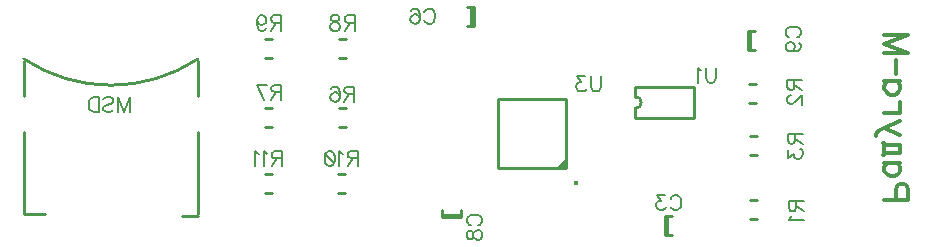
<source format=gbr>
G04 DipTrace 2.4.0.2*
%INÍèæíÿÿìàðêèðîâêà.gbr*%
%MOIN*%
%ADD10C,0.0098*%
%ADD34O,0.0164X0.0165*%
%ADD104C,0.0077*%
%ADD107C,0.0124*%
%FSLAX44Y44*%
G04*
G70*
G90*
G75*
G01*
%LNBotSilk*%
%LPD*%
X29347Y7075D2*
D10*
Y6446D1*
X29273Y7075D2*
Y6446D1*
Y7075D2*
X29509D1*
X29273Y6446D2*
X29509D1*
X22820Y13435D2*
Y14064D1*
X22895Y13435D2*
Y14064D1*
Y13435D2*
X22659D1*
X22895Y14064D2*
X22659D1*
X21826Y7132D2*
X22455D1*
X21826Y7058D2*
X22455D1*
X21826D2*
Y7293D1*
X22455Y7058D2*
Y7293D1*
X32095Y13252D2*
Y12622D1*
X32021Y13252D2*
Y12622D1*
Y13252D2*
X32257D1*
X32021Y12622D2*
X32257D1*
X7893Y9890D2*
Y7140D1*
X8025Y7141D2*
X8616D1*
X7893Y7140D2*
X8206D1*
X13694Y7102D2*
X13182D1*
X13706Y9890D2*
Y7140D1*
X7893Y11078D2*
Y12265D1*
X13706Y11078D2*
Y12265D1*
Y12328D2*
G02X7893Y12328I-2906J4361D01*
G01*
X32335Y6997D2*
X32099D1*
X32335Y7627D2*
X32099D1*
X32060Y11502D2*
X32296D1*
X32060Y10872D2*
X32296D1*
X32100Y9752D2*
X32335D1*
X32100Y9122D2*
X32335D1*
X18636Y10060D2*
X18400D1*
X18636Y10689D2*
X18400D1*
X15949D2*
X16185D1*
X15949Y10060D2*
X16185D1*
X18636Y12372D2*
X18400D1*
X18636Y13002D2*
X18400D1*
X15949D2*
X16185D1*
X15949Y12372D2*
X16185D1*
X18596Y7872D2*
X18361D1*
X18596Y8502D2*
X18361D1*
X15949D2*
X16185D1*
X15949Y7872D2*
X16185D1*
X28282Y11386D2*
X30250D1*
X28282Y10362D2*
X30250D1*
Y11386D2*
Y10362D1*
X28282Y11071D2*
Y11386D1*
Y10677D2*
Y10362D1*
Y11071D2*
G02X28282Y10677I0J-197D01*
G01*
X25984Y8693D2*
X23701D1*
Y10976D1*
X25984D1*
Y8693D1*
D34*
X26295Y8176D3*
G36*
X25984Y8693D2*
X25669D1*
X25984Y9008D1*
Y8693D1*
G37*
X29456Y7665D2*
D104*
X29480Y7713D1*
X29528Y7761D1*
X29575Y7785D1*
X29671D1*
X29719Y7761D1*
X29767Y7713D1*
X29791Y7665D1*
X29815Y7594D1*
Y7474D1*
X29791Y7402D1*
X29767Y7354D1*
X29719Y7307D1*
X29671Y7282D1*
X29575D1*
X29528Y7307D1*
X29480Y7354D1*
X29456Y7402D1*
X29254Y7784D2*
X28991D1*
X29134Y7593D1*
X29062D1*
X29015Y7569D1*
X28991Y7546D1*
X28967Y7474D1*
Y7426D1*
X28991Y7354D1*
X29039Y7306D1*
X29110Y7282D1*
X29182D1*
X29254Y7306D1*
X29277Y7331D1*
X29302Y7378D1*
X21252Y13881D2*
X21275Y13929D1*
X21323Y13977D1*
X21371Y14000D1*
X21466D1*
X21515Y13977D1*
X21562Y13929D1*
X21586Y13881D1*
X21610Y13809D1*
Y13689D1*
X21586Y13618D1*
X21562Y13570D1*
X21515Y13522D1*
X21466Y13498D1*
X21371D1*
X21323Y13522D1*
X21275Y13570D1*
X21252Y13618D1*
X20810Y13929D2*
X20834Y13976D1*
X20906Y14000D1*
X20953D1*
X21025Y13976D1*
X21073Y13904D1*
X21097Y13785D1*
Y13665D1*
X21073Y13570D1*
X21025Y13522D1*
X20953Y13498D1*
X20930D1*
X20858Y13522D1*
X20810Y13570D1*
X20786Y13642D1*
Y13665D1*
X20810Y13737D1*
X20858Y13785D1*
X20930Y13809D1*
X20953D1*
X21025Y13785D1*
X21073Y13737D1*
X21097Y13665D1*
X22788Y6780D2*
X22740Y6804D1*
X22692Y6852D1*
X22668Y6899D1*
Y6995D1*
X22692Y7043D1*
X22740Y7091D1*
X22788Y7115D1*
X22860Y7139D1*
X22980D1*
X23051Y7115D1*
X23099Y7091D1*
X23146Y7043D1*
X23171Y6995D1*
Y6899D1*
X23146Y6852D1*
X23099Y6804D1*
X23051Y6780D1*
X22669Y6506D2*
X22693Y6578D1*
X22740Y6602D1*
X22788D1*
X22836Y6578D1*
X22860Y6530D1*
X22884Y6434D1*
X22908Y6363D1*
X22956Y6315D1*
X23003Y6291D1*
X23075D1*
X23123Y6315D1*
X23147Y6339D1*
X23171Y6411D1*
Y6506D1*
X23147Y6578D1*
X23123Y6602D1*
X23075Y6626D1*
X23003D1*
X22956Y6602D1*
X22908Y6554D1*
X22884Y6483D1*
X22860Y6387D1*
X22836Y6339D1*
X22788Y6315D1*
X22740D1*
X22693Y6339D1*
X22669Y6411D1*
Y6506D1*
X33411Y13046D2*
X33363Y13070D1*
X33315Y13118D1*
X33292Y13166D1*
Y13261D1*
X33315Y13309D1*
X33363Y13357D1*
X33411Y13381D1*
X33483Y13405D1*
X33603D1*
X33674Y13381D1*
X33722Y13357D1*
X33770Y13309D1*
X33794Y13261D1*
Y13166D1*
X33770Y13118D1*
X33722Y13070D1*
X33674Y13046D1*
X33459Y12581D2*
X33531Y12605D1*
X33579Y12653D1*
X33603Y12724D1*
Y12748D1*
X33579Y12820D1*
X33531Y12868D1*
X33459Y12892D1*
X33435D1*
X33363Y12868D1*
X33316Y12820D1*
X33292Y12748D1*
Y12724D1*
X33316Y12653D1*
X33363Y12605D1*
X33459Y12581D1*
X33579D1*
X33698Y12605D1*
X33770Y12653D1*
X33794Y12724D1*
Y12772D1*
X33770Y12844D1*
X33722Y12868D1*
X11039Y10552D2*
Y11054D1*
X11230Y10552D1*
X11421Y11054D1*
Y10552D1*
X10549Y10983D2*
X10597Y11031D1*
X10669Y11054D1*
X10764D1*
X10836Y11031D1*
X10884Y10983D1*
Y10935D1*
X10860Y10887D1*
X10836Y10863D1*
X10789Y10839D1*
X10645Y10791D1*
X10597Y10768D1*
X10573Y10743D1*
X10549Y10696D1*
Y10624D1*
X10597Y10576D1*
X10669Y10552D1*
X10764D1*
X10836Y10576D1*
X10884Y10624D1*
X10395Y11054D2*
Y10552D1*
X10227D1*
X10156Y10576D1*
X10107Y10624D1*
X10084Y10672D1*
X10060Y10743D1*
Y10863D1*
X10084Y10935D1*
X10107Y10983D1*
X10156Y11031D1*
X10227Y11054D1*
X10395D1*
X33641Y7578D2*
Y7363D1*
X33616Y7291D1*
X33593Y7267D1*
X33545Y7243D1*
X33497D1*
X33450Y7267D1*
X33425Y7291D1*
X33401Y7363D1*
Y7578D1*
X33904D1*
X33641Y7411D2*
X33904Y7243D1*
X33498Y7089D2*
X33473Y7041D1*
X33402Y6969D1*
X33904D1*
X33586Y11624D2*
Y11409D1*
X33562Y11337D1*
X33538Y11312D1*
X33490Y11289D1*
X33442D1*
X33395Y11312D1*
X33370Y11337D1*
X33347Y11409D1*
Y11624D1*
X33849D1*
X33586Y11456D2*
X33849Y11289D1*
X33467Y11110D2*
X33443D1*
X33395Y11086D1*
X33371Y11062D1*
X33347Y11014D1*
Y10919D1*
X33371Y10871D1*
X33395Y10847D1*
X33443Y10823D1*
X33490D1*
X33538Y10847D1*
X33610Y10895D1*
X33849Y11134D1*
Y10799D1*
X33610Y9826D2*
Y9611D1*
X33585Y9539D1*
X33562Y9515D1*
X33514Y9491D1*
X33466D1*
X33418Y9515D1*
X33394Y9539D1*
X33370Y9611D1*
Y9826D1*
X33873D1*
X33610Y9659D2*
X33873Y9491D1*
X33371Y9289D2*
Y9026D1*
X33562Y9170D1*
Y9098D1*
X33586Y9050D1*
X33610Y9026D1*
X33681Y9002D1*
X33729D1*
X33801Y9026D1*
X33849Y9074D1*
X33873Y9146D1*
Y9218D1*
X33849Y9289D1*
X33825Y9313D1*
X33777Y9337D1*
X18918Y11159D2*
X18703D1*
X18631Y11184D1*
X18607Y11207D1*
X18583Y11255D1*
Y11303D1*
X18607Y11350D1*
X18631Y11375D1*
X18703Y11399D1*
X18918D1*
Y10896D1*
X18750Y11159D2*
X18583Y10896D1*
X18142Y11327D2*
X18165Y11374D1*
X18237Y11398D1*
X18285D1*
X18357Y11374D1*
X18405Y11302D1*
X18428Y11183D1*
Y11064D1*
X18405Y10968D1*
X18357Y10920D1*
X18285Y10896D1*
X18261D1*
X18190Y10920D1*
X18142Y10968D1*
X18118Y11040D1*
Y11064D1*
X18142Y11135D1*
X18190Y11183D1*
X18261Y11207D1*
X18285D1*
X18357Y11183D1*
X18405Y11135D1*
X18428Y11064D1*
X16479Y11222D2*
X16264D1*
X16192Y11246D1*
X16168Y11270D1*
X16144Y11317D1*
Y11365D1*
X16168Y11413D1*
X16192Y11437D1*
X16264Y11461D1*
X16479D1*
Y10959D1*
X16312Y11222D2*
X16144Y10959D1*
X15894D2*
X15655Y11461D1*
X15990D1*
X18930Y13534D2*
X18715D1*
X18643Y13559D1*
X18618Y13582D1*
X18595Y13630D1*
Y13678D1*
X18618Y13725D1*
X18643Y13750D1*
X18715Y13774D1*
X18930D1*
Y13271D1*
X18762Y13534D2*
X18595Y13271D1*
X18321Y13773D2*
X18392Y13749D1*
X18416Y13702D1*
Y13654D1*
X18392Y13606D1*
X18345Y13582D1*
X18249Y13558D1*
X18177Y13534D1*
X18130Y13486D1*
X18106Y13439D1*
Y13367D1*
X18130Y13319D1*
X18153Y13295D1*
X18225Y13271D1*
X18321D1*
X18392Y13295D1*
X18416Y13319D1*
X18440Y13367D1*
Y13439D1*
X18416Y13486D1*
X18368Y13534D1*
X18297Y13558D1*
X18201Y13582D1*
X18153Y13606D1*
X18130Y13654D1*
Y13702D1*
X18153Y13749D1*
X18225Y13773D1*
X18321D1*
X16467Y13534D2*
X16252D1*
X16180Y13559D1*
X16156Y13582D1*
X16132Y13630D1*
Y13678D1*
X16156Y13725D1*
X16180Y13750D1*
X16252Y13774D1*
X16467D1*
Y13271D1*
X16300Y13534D2*
X16132Y13271D1*
X15667Y13606D2*
X15691Y13534D1*
X15739Y13486D1*
X15810Y13462D1*
X15834D1*
X15906Y13486D1*
X15954Y13534D1*
X15978Y13606D1*
Y13630D1*
X15954Y13702D1*
X15906Y13749D1*
X15834Y13773D1*
X15810D1*
X15739Y13749D1*
X15691Y13702D1*
X15667Y13606D1*
Y13486D1*
X15691Y13367D1*
X15739Y13295D1*
X15810Y13271D1*
X15858D1*
X15930Y13295D1*
X15954Y13343D1*
X19024Y9016D2*
X18809D1*
X18737Y9040D1*
X18713Y9064D1*
X18689Y9111D1*
Y9160D1*
X18713Y9207D1*
X18737Y9231D1*
X18809Y9255D1*
X19024D1*
Y8753D1*
X18856Y9016D2*
X18689Y8753D1*
X18535Y9159D2*
X18486Y9183D1*
X18415Y9255D1*
Y8753D1*
X18117Y9255D2*
X18188Y9231D1*
X18236Y9159D1*
X18260Y9040D1*
Y8968D1*
X18236Y8848D1*
X18188Y8777D1*
X18117Y8753D1*
X18069D1*
X17997Y8777D1*
X17950Y8848D1*
X17925Y8968D1*
Y9040D1*
X17950Y9159D1*
X17997Y9231D1*
X18069Y9255D1*
X18117D1*
X17950Y9159D2*
X18236Y8848D1*
X16497Y9007D2*
X16282D1*
X16210Y9031D1*
X16186Y9055D1*
X16162Y9103D1*
Y9151D1*
X16186Y9198D1*
X16210Y9223D1*
X16282Y9246D1*
X16497D1*
Y8744D1*
X16329Y9007D2*
X16162Y8744D1*
X16008Y9150D2*
X15960Y9174D1*
X15888Y9246D1*
Y8744D1*
X15733Y9150D2*
X15685Y9174D1*
X15613Y9246D1*
Y8744D1*
X30967Y12038D2*
Y11679D1*
X30943Y11607D1*
X30895Y11559D1*
X30824Y11535D1*
X30776D1*
X30704Y11559D1*
X30656Y11607D1*
X30632Y11679D1*
Y12038D1*
X30478Y11941D2*
X30430Y11966D1*
X30358Y12037D1*
Y11535D1*
X27136Y11743D2*
Y11384D1*
X27112Y11312D1*
X27064Y11265D1*
X26992Y11241D1*
X26945D1*
X26873Y11265D1*
X26825Y11312D1*
X26801Y11384D1*
Y11743D1*
X26598Y11742D2*
X26336D1*
X26479Y11551D1*
X26407D1*
X26360Y11527D1*
X26336Y11504D1*
X26311Y11432D1*
Y11384D1*
X26336Y11312D1*
X26383Y11264D1*
X26455Y11241D1*
X26527D1*
X26598Y11264D1*
X26622Y11289D1*
X26646Y11336D1*
X36966Y7625D2*
D107*
Y7970D1*
X37004Y8084D1*
X37042Y8123D1*
X37119Y8161D1*
X37233D1*
X37310Y8123D1*
X37348Y8084D1*
X37386Y7970D1*
Y7625D1*
X36583D1*
X37119Y8867D2*
X36583D1*
X37004D2*
X37081Y8791D1*
X37119Y8714D1*
Y8600D1*
X37081Y8523D1*
X37004Y8447D1*
X36889Y8408D1*
X36813D1*
X36698Y8447D1*
X36622Y8523D1*
X36583Y8600D1*
Y8714D1*
X36622Y8791D1*
X36698Y8867D1*
X37119Y9173D2*
X36583D1*
X37119Y9456D2*
X36583D1*
X37119Y9173D2*
Y9456D1*
X36583Y9114D2*
Y9516D1*
Y9114D2*
X36530D1*
X36583Y9516D2*
X36530D1*
X37119Y9802D2*
X36583Y10031D1*
X36430Y9954D1*
X36353Y9878D1*
X36315Y9802D1*
Y9763D1*
X37119Y10260D2*
X36583Y10031D1*
X37119Y10881D2*
Y10507D1*
X36583D1*
X37119Y11587D2*
X36583D1*
X37004D2*
X37081Y11511D1*
X37119Y11434D1*
Y11320D1*
X37081Y11243D1*
X37004Y11167D1*
X36889Y11128D1*
X36813D1*
X36698Y11167D1*
X36622Y11243D1*
X36583Y11320D1*
Y11434D1*
X36622Y11511D1*
X36698Y11587D1*
X36984Y11834D2*
Y12276D1*
X36583Y13135D2*
X37386D1*
X36583Y12829D1*
X37386Y12523D1*
X36583D1*
M02*

</source>
